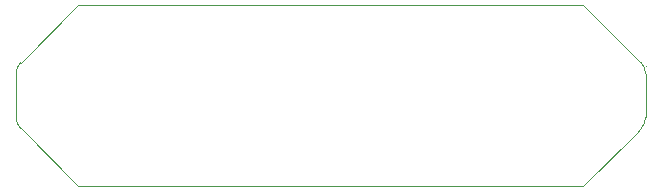
<source format=gko>
G04*
G04 #@! TF.GenerationSoftware,Altium Limited,Altium Designer,25.5.2 (35)*
G04*
G04 Layer_Color=16711935*
%FSLAX44Y44*%
%MOMM*%
G71*
G04*
G04 #@! TF.SameCoordinates,449EA512-5FDF-437D-9D79-FEBFBDB7331F*
G04*
G04*
G04 #@! TF.FilePolarity,Positive*
G04*
G01*
G75*
%ADD10C,0.0500*%
D10*
X-262728Y27694D02*
G03*
X-266500Y18588I9106J-9106D01*
G01*
Y-18588D02*
G03*
X-262728Y-27694I12877J0D01*
G01*
X262728Y-27694D02*
G03*
X266500Y-18589I-9106J9106D01*
G01*
Y18588D02*
G03*
X262728Y27694I-12877J0D01*
G01*
X266500Y24749D02*
X266500Y24750D01*
X213743Y76679D02*
G03*
X213568Y76750I-175J-179D01*
G01*
X213747Y76675D02*
G03*
X213743Y76679I-179J-175D01*
G01*
X213745Y76677D02*
G03*
X213568Y76750I-177J-177D01*
G01*
X213743Y-76679D02*
G03*
X213747Y-76675I-175J179D01*
G01*
X213568Y-76750D02*
G03*
X213743Y-76679I0J250D01*
G01*
X213568Y-76750D02*
G03*
X213745Y-76677I0J250D01*
G01*
X-213745Y-76677D02*
G03*
X-213569Y-76750I177J177D01*
G01*
X-213744Y-76679D02*
G03*
X-213569Y-76750I175J179D01*
G01*
X-213748Y-76675D02*
G03*
X-213744Y-76679I179J175D01*
G01*
X-266500Y-18588D02*
Y-10000D01*
Y17375D01*
Y18588D01*
X-262728Y27694D02*
X-213748Y76675D01*
X266500Y17375D02*
Y18588D01*
X257836Y32586D02*
X262728Y27694D01*
X-213748Y76675D02*
X-213672Y76750D01*
X-213569D01*
X258086Y-32336D02*
X262728Y-27694D01*
X266500Y-10000D02*
Y17375D01*
Y-18589D02*
Y-10000D01*
X213743Y76679D02*
X213745Y76677D01*
X213747Y76675D01*
X257836Y32586D01*
X213747Y-76675D02*
X258086Y-32336D01*
X213745Y-76677D02*
X213747Y-76675D01*
X213743Y-76679D02*
X213745Y-76677D01*
X-213569Y76750D02*
X213568Y76750D01*
X-213569Y-76750D02*
X213568Y-76750D01*
X-262729Y-27694D02*
X-213748Y-76675D01*
X-213745Y-76677D01*
X-213744Y-76679D01*
M02*

</source>
